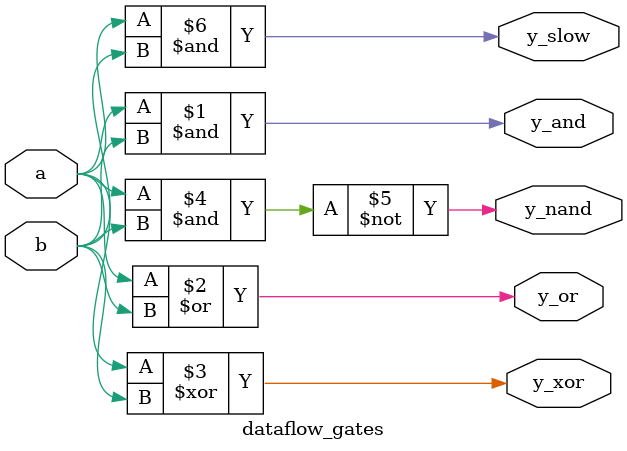
<source format=sv>
module dataflow_gates (
    input  logic a, b,
    output logic y_and, y_or, y_xor, y_nand, y_slow
);
    // Continuous Assignment
    assign y_and  = a & b;
    assign y_or   = a | b;
    assign y_xor  = a ^ b;
    assign y_nand = ~(a & b);

    // Modeling Delays in Dataflow:
    // While structural is "best" for low-level delay modeling, you can
    // add simulated delays to dataflow assignments for testbenches or distinct timing analysis.
    assign #5 y_slow = a & b; // Wait 5 time units before updating y_slow
endmodule

</source>
